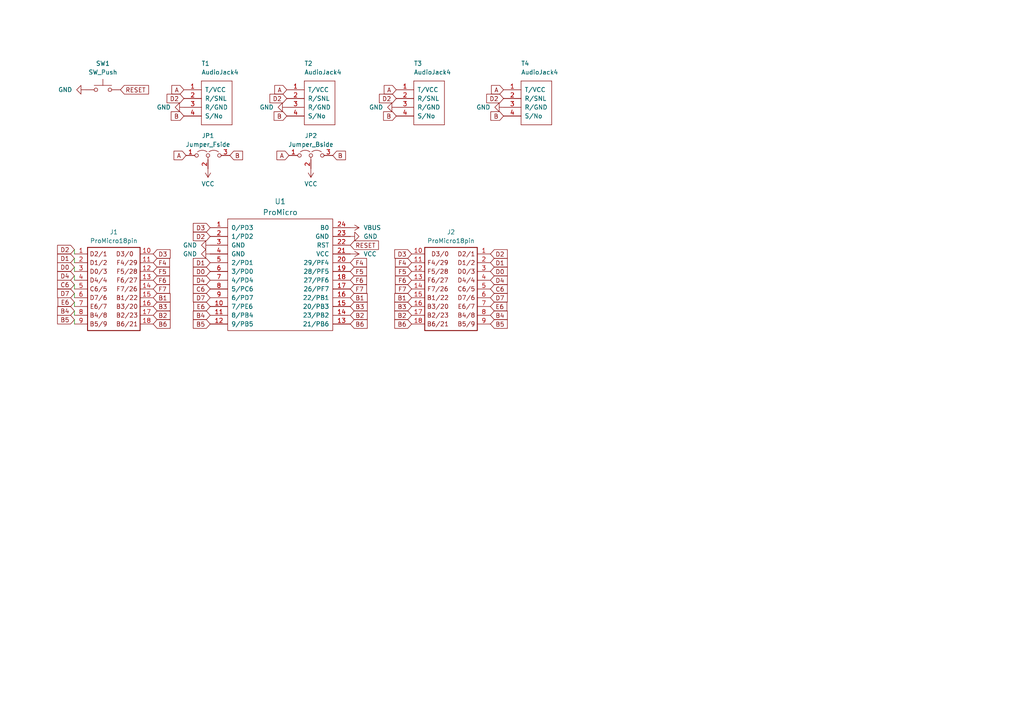
<source format=kicad_sch>
(kicad_sch (version 20230121) (generator eeschema)
  (paper "A4")
  (lib_symbols
    (symbol "Conn_02x09_Top_Bottom_1" (pin_names (offset 1.016) hide)
      (property "Reference" "J1" (at 0 15.875 0))
      (property "Value" "ProMicro18pin" (at 0 13.335 0))
      (symbol "Conn_02x09_Top_Bottom_1_1_1"
        (rectangle (start -7.62 11.43) (end 7.62 -12.7) (stroke (width 0.254)))
        (text "B1/22" (at 3.81 -3.175 0) (effects (font (size 1.27 1.27))))
        (text "B2/23" (at 3.81 -8.255 0) (effects (font (size 1.27 1.27))))
        (text "B3/20" (at 3.81 -5.715 0) (effects (font (size 1.27 1.27))))
        (text "B4/8" (at -4.445 -8.255 0) (effects (font (size 1.27 1.27))))
        (text "B5/9" (at -4.445 -10.795 0) (effects (font (size 1.27 1.27))))
        (text "B6/21" (at 3.81 -10.795 0) (effects (font (size 1.27 1.27))))
        (text "C6/5" (at -4.445 -0.635 0) (effects (font (size 1.27 1.27))))
        (text "D0/3" (at -4.445 4.445 0) (effects (font (size 1.27 1.27))))
        (text "D1/2" (at -4.445 6.985 0) (effects (font (size 1.27 1.27))))
        (text "D2/1" (at -4.445 9.525 0) (effects (font (size 1.27 1.27))))
        (text "D3/0" (at 3.175 9.525 0) (effects (font (size 1.27 1.27))))
        (text "D4/4" (at -4.445 1.905 0) (effects (font (size 1.27 1.27))))
        (text "D7/6" (at -4.445 -3.175 0) (effects (font (size 1.27 1.27))))
        (text "E6/7" (at -4.445 -5.715 0) (effects (font (size 1.27 1.27))))
        (text "F4/29" (at 3.81 6.985 0) (effects (font (size 1.27 1.27))))
        (text "F5/28" (at 3.81 4.445 0) (effects (font (size 1.27 1.27))))
        (text "F6/27" (at 3.81 1.905 0) (effects (font (size 1.27 1.27))))
        (text "F7/26" (at 3.81 -0.635 0) (effects (font (size 1.27 1.27))))
        (pin passive line (at -11.43 9.525 0) (length 3.81) (name "Pin_1") (number "1"))
        (pin passive line (at 11.43 9.525 180) (length 3.81) (name "Pin_10") (number "10"))
        (pin passive line (at 11.43 6.985 180) (length 3.81) (name "Pin_11") (number "11"))
        (pin passive line (at 11.43 4.445 180) (length 3.81) (name "Pin_12") (number "12"))
        (pin passive line (at 11.43 1.905 180) (length 3.81) (name "Pin_13") (number "13"))
        (pin passive line (at 11.43 -0.635 180) (length 3.81) (name "Pin_14") (number "14"))
        (pin passive line (at 11.43 -3.175 180) (length 3.81) (name "Pin_15") (number "15"))
        (pin passive line (at 11.43 -5.715 180) (length 3.81) (name "Pin_16") (number "16"))
        (pin passive line (at 11.43 -8.255 180) (length 3.81) (name "Pin_17") (number "17"))
        (pin passive line (at 11.43 -10.795 180) (length 3.81) (name "Pin_18") (number "18"))
        (pin passive line (at -11.43 6.985 0) (length 3.81) (name "Pin_2") (number "2"))
        (pin passive line (at -11.43 4.445 0) (length 3.81) (name "Pin_3") (number "3"))
        (pin passive line (at -11.43 1.905 0) (length 3.81) (name "Pin_4") (number "4"))
        (pin passive line (at -11.43 -0.635 0) (length 3.81) (name "Pin_5") (number "5"))
        (pin passive line (at -11.43 -3.175 0) (length 3.81) (name "Pin_6") (number "6"))
        (pin passive line (at -11.43 -5.715 0) (length 3.81) (name "Pin_7") (number "7"))
        (pin passive line (at -11.43 -8.255 0) (length 3.81) (name "Pin_8") (number "8"))
        (pin passive line (at -11.43 -10.795 0) (length 3.81) (name "Pin_9") (number "9"))
      )
    )
    (symbol "DreaM117er_Library:Conn_02x09_Top_Bottom_HWMB" (pin_names (offset 1.016) hide)
      (property "Reference" "J1" (at 0 15.875 0))
      (property "Value" "ProMicro18pin" (at 0 13.335 0))
      (symbol "Conn_02x09_Top_Bottom_HWMB_1_1"
        (rectangle (start -7.62 11.43) (end 7.62 -12.7) (stroke (width 0.254)))
        (text "B1/22" (at 3.81 -3.175 0) (effects (font (size 1.27 1.27))))
        (text "B2/23" (at 3.81 -8.255 0) (effects (font (size 1.27 1.27))))
        (text "B3/20" (at 3.81 -5.715 0) (effects (font (size 1.27 1.27))))
        (text "B4/8" (at -4.445 -8.255 0) (effects (font (size 1.27 1.27))))
        (text "B5/9" (at -4.445 -10.795 0) (effects (font (size 1.27 1.27))))
        (text "B6/21" (at 3.81 -10.795 0) (effects (font (size 1.27 1.27))))
        (text "C6/5" (at -4.445 -0.635 0) (effects (font (size 1.27 1.27))))
        (text "D0/3" (at -4.445 4.445 0) (effects (font (size 1.27 1.27))))
        (text "D1/2" (at -4.445 6.985 0) (effects (font (size 1.27 1.27))))
        (text "D2/1" (at -4.445 9.525 0) (effects (font (size 1.27 1.27))))
        (text "D3/0" (at 3.175 9.525 0) (effects (font (size 1.27 1.27))))
        (text "D4/4" (at -4.445 1.905 0) (effects (font (size 1.27 1.27))))
        (text "D7/6" (at -4.445 -3.175 0) (effects (font (size 1.27 1.27))))
        (text "E6/7" (at -4.445 -5.715 0) (effects (font (size 1.27 1.27))))
        (text "F4/29" (at 3.81 6.985 0) (effects (font (size 1.27 1.27))))
        (text "F5/28" (at 3.81 4.445 0) (effects (font (size 1.27 1.27))))
        (text "F6/27" (at 3.81 1.905 0) (effects (font (size 1.27 1.27))))
        (text "F7/26" (at 3.81 -0.635 0) (effects (font (size 1.27 1.27))))
        (pin passive line (at -11.43 9.525 0) (length 3.81) (name "Pin_1") (number "1"))
        (pin passive line (at 11.43 9.525 180) (length 3.81) (name "Pin_10") (number "10"))
        (pin passive line (at 11.43 6.985 180) (length 3.81) (name "Pin_11") (number "11"))
        (pin passive line (at 11.43 4.445 180) (length 3.81) (name "Pin_12") (number "12"))
        (pin passive line (at 11.43 1.905 180) (length 3.81) (name "Pin_13") (number "13"))
        (pin passive line (at 11.43 -0.635 180) (length 3.81) (name "Pin_14") (number "14"))
        (pin passive line (at 11.43 -3.175 180) (length 3.81) (name "Pin_15") (number "15"))
        (pin passive line (at 11.43 -5.715 180) (length 3.81) (name "Pin_16") (number "16"))
        (pin passive line (at 11.43 -8.255 180) (length 3.81) (name "Pin_17") (number "17"))
        (pin passive line (at 11.43 -10.795 180) (length 3.81) (name "Pin_18") (number "18"))
        (pin passive line (at -11.43 6.985 0) (length 3.81) (name "Pin_2") (number "2"))
        (pin passive line (at -11.43 4.445 0) (length 3.81) (name "Pin_3") (number "3"))
        (pin passive line (at -11.43 1.905 0) (length 3.81) (name "Pin_4") (number "4"))
        (pin passive line (at -11.43 -0.635 0) (length 3.81) (name "Pin_5") (number "5"))
        (pin passive line (at -11.43 -3.175 0) (length 3.81) (name "Pin_6") (number "6"))
        (pin passive line (at -11.43 -5.715 0) (length 3.81) (name "Pin_7") (number "7"))
        (pin passive line (at -11.43 -8.255 0) (length 3.81) (name "Pin_8") (number "8"))
        (pin passive line (at -11.43 -10.795 0) (length 3.81) (name "Pin_9") (number "9"))
      )
    )
    (symbol "DreaM117er_Library:Elite-C_PicoMicro" (pin_names (offset 1.016))
      (property "Reference" "U1" (at 0 21.59 0))
      (property "Value" "ProMicro" (at 0 18.415 0))
      (symbol "Elite-C_PicoMicro_0_1"
        (rectangle (start -15.24 16.51) (end 15.24 -15.875))
      )
      (symbol "Elite-C_PicoMicro_1_1"
        (pin input line (at -20.32 13.97 0) (length 5.08) (name "0/PD3") (number "1"))
        (pin input line (at -20.32 -8.89 0) (length 5.08) (name "7/PE6") (number "10"))
        (pin input line (at -20.32 -11.43 0) (length 5.08) (name "8/PB4") (number "11"))
        (pin input line (at -20.32 -13.97 0) (length 5.08) (name "9/PB5") (number "12"))
        (pin input line (at 20.32 -13.97 180) (length 5.08) (name "21/PB6") (number "13"))
        (pin input line (at 20.32 -11.43 180) (length 5.08) (name "23/PB2") (number "14"))
        (pin input line (at 20.32 -8.89 180) (length 5.08) (name "20/PB3") (number "15"))
        (pin input line (at 20.32 -6.35 180) (length 5.08) (name "22/PB1") (number "16"))
        (pin input line (at 20.32 -3.81 180) (length 5.08) (name "26/PF7") (number "17"))
        (pin input line (at 20.32 -1.27 180) (length 5.08) (name "27/PF6") (number "18"))
        (pin input line (at 20.32 1.27 180) (length 5.08) (name "28/PF5") (number "19"))
        (pin input line (at -20.32 11.43 0) (length 5.08) (name "1/PD2") (number "2"))
        (pin input line (at 20.32 3.81 180) (length 5.08) (name "29/PF4") (number "20"))
        (pin input line (at 20.32 6.35 180) (length 5.08) (name "VCC") (number "21"))
        (pin input line (at 20.32 8.89 180) (length 5.08) (name "RST") (number "22"))
        (pin input line (at 20.32 11.43 180) (length 5.08) (name "GND") (number "23"))
        (pin input line (at 20.32 13.97 180) (length 5.08) (name "B0") (number "24"))
        (pin input line (at -20.32 8.89 0) (length 5.08) (name "GND") (number "3"))
        (pin input line (at -20.32 6.35 0) (length 5.08) (name "GND") (number "4"))
        (pin input line (at -20.32 3.81 0) (length 5.08) (name "2/PD1") (number "5"))
        (pin input line (at -20.32 1.27 0) (length 5.08) (name "3/PD0") (number "6"))
        (pin input line (at -20.32 -1.27 0) (length 5.08) (name "4/PD4") (number "7"))
        (pin input line (at -20.32 -3.81 0) (length 5.08) (name "5/PC6") (number "8"))
        (pin input line (at -20.32 -6.35 0) (length 5.08) (name "6/PD7") (number "9"))
      )
    )
    (symbol "DreaM117er_Library:TRRS" (pin_names (offset 1.016))
      (property "Reference" "T1" (at -3.81 17.78 0))
      (property "Value" "AudioJack4" (at -3.81 15.24 0))
      (symbol "TRRS_0_1"
        (rectangle (start -3.81 0) (end -3.81 12.7))
        (rectangle (start -3.81 12.7) (end 5.08 12.7))
        (rectangle (start 5.08 0) (end -3.81 0))
        (rectangle (start 5.08 12.7) (end 5.08 0))
      )
      (symbol "TRRS_1_1"
        (pin input line (at -8.89 10.16 0) (length 5.08) (name "T/VCC") (number "1"))
        (pin input line (at -8.89 7.62 0) (length 5.08) (name "R/SNL") (number "2"))
        (pin input line (at -8.89 5.08 0) (length 5.08) (name "R/GND") (number "3"))
        (pin input line (at -8.89 2.54 0) (length 5.08) (name "S/No") (number "4"))
      )
    )
    (symbol "Jumper:Jumper_3_Open" (pin_names (offset 0) hide)
      (property "Reference" "JP" (at -2.54 -2.54 0))
      (property "Value" "Jumper_3_Open" (at 0 2.794 0))
      (symbol "Jumper_3_Open_0_0"
        (circle (center -3.302 0) (radius 0.508))
        (circle (center 0 0) (radius 0.508))
        (circle (center 3.302 0) (radius 0.508))
      )
      (symbol "Jumper_3_Open_0_1"
        (arc (start -0.254 1.016) (mid -1.651 1.4992) (end -3.048 1.016))
        (polyline (pts (xy 0 -0.508) (xy 0 -1.27)))
        (arc (start 3.048 1.016) (mid 1.651 1.4992) (end 0.254 1.016))
      )
      (symbol "Jumper_3_Open_1_1"
        (pin passive line (at -6.35 0 0) (length 2.54) (name "A") (number "1"))
        (pin passive line (at 0 -3.81 90) (length 2.54) (name "C") (number "2"))
        (pin passive line (at 6.35 0 180) (length 2.54) (name "B") (number "3"))
      )
    )
    (symbol "Switch:SW_Push" (pin_numbers hide) (pin_names (offset 1.016) hide)
      (property "Reference" "SW" (at 1.27 2.54 0))
      (property "Value" "SW_Push" (at 0 -1.524 0))
      (symbol "SW_Push_0_1"
        (circle (center -2.032 0) (radius 0.508))
        (polyline (pts (xy 0 1.27) (xy 0 3.048)))
        (polyline (pts (xy 2.54 1.27) (xy -2.54 1.27)))
        (circle (center 2.032 0) (radius 0.508))
        (pin passive line (at -5.08 0 0) (length 2.54) (name "1") (number "1"))
        (pin passive line (at 5.08 0 180) (length 2.54) (name "2") (number "2"))
      )
    )
    (symbol "power:GND" (power) (pin_names (offset 0))
      (property "Value" "GND" (at 0 -3.81 0))
      (symbol "GND_0_1"
        (polyline (pts (xy 0 0) (xy 0 -1.27) (xy 1.27 -1.27) (xy 0 -2.54) (xy -1.27 -1.27) (xy 0 -1.27)))
      )
      (symbol "GND_1_1"
        (pin power_in line (at 0 0 270) (length 0) hide (name "GND") (number "1"))
      )
    )
    (symbol "power:VBUS" (power) (pin_names (offset 0))
      (property "Value" "VBUS" (at 0 3.81 0))
      (symbol "VBUS_0_1"
        (polyline (pts (xy -0.762 1.27) (xy 0 2.54)))
        (polyline (pts (xy 0 0) (xy 0 2.54)))
        (polyline (pts (xy 0 2.54) (xy 0.762 1.27)))
      )
      (symbol "VBUS_1_1"
        (pin power_in line (at 0 0 90) (length 0) hide (name "VBUS") (number "1"))
      )
    )
    (symbol "power:VCC" (power) (pin_names (offset 0))
      (property "Value" "VCC" (at 0 3.81 0))
      (symbol "VCC_0_1"
        (polyline (pts (xy -0.762 1.27) (xy 0 2.54)))
        (polyline (pts (xy 0 0) (xy 0 2.54)))
        (polyline (pts (xy 0 2.54) (xy 0.762 1.27)))
      )
      (symbol "VCC_1_1"
        (pin power_in line (at 0 0 90) (length 0) hide (name "VCC") (number "1"))
      )
    )
  )
  (wire (pts (xy 21.59 73.66) (xy 21.59 72.39)))
  (wire (pts (xy 21.59 83.82) (xy 21.59 82.55)))
  (wire (pts (xy 21.59 91.44) (xy 21.59 90.17)))
  (wire (pts (xy 21.59 76.2) (xy 21.59 74.93)))
  (wire (pts (xy 21.59 81.28) (xy 21.59 80.01)))
  (wire (pts (xy 21.59 93.98) (xy 21.59 92.71)))
  (wire (pts (xy 21.59 78.74) (xy 21.59 77.47)))
  (wire (pts (xy 21.59 88.9) (xy 21.59 87.63)))
  (wire (pts (xy 21.59 86.36) (xy 21.59 85.09)))
  (global_label "D4" (shape input) (at 142.24 81.28 0) (property "Intersheetrefs" "${INTERSHEET_REFS}" (effects hide)))
  (global_label "B" (shape input) (at 53.34 33.655 180) (property "Intersheetrefs" "${INTERSHEET_REFS}" (effects hide)))
  (global_label "F6" (shape input) (at 44.45 81.28 0) (property "Intersheetrefs" "${INTERSHEET_REFS}" (effects hide)))
  (global_label "D2" (shape input) (at 60.96 68.58 180) (property "Intersheetrefs" "${INTERSHEET_REFS}" (effects hide)))
  (global_label "D1" (shape input) (at 60.96 76.2 180) (property "Intersheetrefs" "${INTERSHEET_REFS}" (effects hide)))
  (global_label "F7" (shape input) (at 44.45 83.82 0) (property "Intersheetrefs" "${INTERSHEET_REFS}" (effects hide)))
  (global_label "F4" (shape input) (at 44.45 76.2 0) (property "Intersheetrefs" "${INTERSHEET_REFS}" (effects hide)))
  (global_label "E6" (shape input) (at 21.59 87.63 180) (property "Intersheetrefs" "${INTERSHEET_REFS}" (effects hide)))
  (global_label "D0" (shape input) (at 142.24 78.74 0) (property "Intersheetrefs" "${INTERSHEET_REFS}" (effects hide)))
  (global_label "B3" (shape input) (at 44.45 88.9 0) (property "Intersheetrefs" "${INTERSHEET_REFS}" (effects hide)))
  (global_label "B4" (shape input) (at 60.96 91.44 180) (property "Intersheetrefs" "${INTERSHEET_REFS}" (effects hide)))
  (global_label "B2" (shape input) (at 119.38 91.44 180) (property "Intersheetrefs" "${INTERSHEET_REFS}" (effects hide)))
  (global_label "D1" (shape input) (at 142.24 76.2 0) (property "Intersheetrefs" "${INTERSHEET_REFS}" (effects hide)))
  (global_label "D3" (shape input) (at 60.96 66.04 180) (property "Intersheetrefs" "${INTERSHEET_REFS}" (effects hide)))
  (global_label "F5" (shape input) (at 101.6 78.74 0) (property "Intersheetrefs" "${INTERSHEET_REFS}" (effects hide)))
  (global_label "F6" (shape input) (at 119.38 81.28 180) (property "Intersheetrefs" "${INTERSHEET_REFS}" (effects hide)))
  (global_label "D7" (shape input) (at 21.59 85.09 180) (property "Intersheetrefs" "${INTERSHEET_REFS}" (effects hide)))
  (global_label "D4" (shape input) (at 60.96 81.28 180) (property "Intersheetrefs" "${INTERSHEET_REFS}" (effects hide)))
  (global_label "F7" (shape input) (at 119.38 83.82 180) (property "Intersheetrefs" "${INTERSHEET_REFS}" (effects hide)))
  (global_label "D7" (shape input) (at 60.96 86.36 180) (property "Intersheetrefs" "${INTERSHEET_REFS}" (effects hide)))
  (global_label "A" (shape input) (at 53.34 26.035 180) (property "Intersheetrefs" "${INTERSHEET_REFS}" (effects hide)))
  (global_label "C6" (shape input) (at 142.24 83.82 0) (property "Intersheetrefs" "${INTERSHEET_REFS}" (effects hide)))
  (global_label "F5" (shape input) (at 44.45 78.74 0) (property "Intersheetrefs" "${INTERSHEET_REFS}" (effects hide)))
  (global_label "A" (shape input) (at 83.82 45.085 180) (property "Intersheetrefs" "${INTERSHEET_REFS}" (effects hide)))
  (global_label "B1" (shape input) (at 119.38 86.36 180) (property "Intersheetrefs" "${INTERSHEET_REFS}" (effects hide)))
  (global_label "D2" (shape input) (at 21.59 72.39 180) (property "Intersheetrefs" "${INTERSHEET_REFS}" (effects hide)))
  (global_label "RESET" (shape input) (at 101.6 71.12 0) (property "Intersheetrefs" "${INTERSHEET_REFS}" (effects hide)))
  (global_label "C6" (shape input) (at 21.59 82.55 180) (property "Intersheetrefs" "${INTERSHEET_REFS}" (effects hide)))
  (global_label "B6" (shape input) (at 44.45 93.98 0) (property "Intersheetrefs" "${INTERSHEET_REFS}" (effects hide)))
  (global_label "D4" (shape input) (at 21.59 80.01 180) (property "Intersheetrefs" "${INTERSHEET_REFS}" (effects hide)))
  (global_label "D3" (shape input) (at 44.45 73.66 0) (property "Intersheetrefs" "${INTERSHEET_REFS}" (effects hide)))
  (global_label "A" (shape input) (at 114.935 26.035 180) (property "Intersheetrefs" "${INTERSHEET_REFS}" (effects hide)))
  (global_label "F4" (shape input) (at 101.6 76.2 0) (property "Intersheetrefs" "${INTERSHEET_REFS}" (effects hide)))
  (global_label "D2" (shape input) (at 83.185 28.575 180) (property "Intersheetrefs" "${INTERSHEET_REFS}" (effects hide)))
  (global_label "E6" (shape input) (at 60.96 88.9 180) (property "Intersheetrefs" "${INTERSHEET_REFS}" (effects hide)))
  (global_label "B4" (shape input) (at 21.59 90.17 180) (property "Intersheetrefs" "${INTERSHEET_REFS}" (effects hide)))
  (global_label "D2" (shape input) (at 146.05 28.575 180) (property "Intersheetrefs" "${INTERSHEET_REFS}" (effects hide)))
  (global_label "F4" (shape input) (at 119.38 76.2 180) (property "Intersheetrefs" "${INTERSHEET_REFS}" (effects hide)))
  (global_label "RESET" (shape input) (at 34.925 26.035 0) (property "Intersheetrefs" "${INTERSHEET_REFS}" (effects hide)))
  (global_label "D0" (shape input) (at 21.59 77.47 180) (property "Intersheetrefs" "${INTERSHEET_REFS}" (effects hide)))
  (global_label "A" (shape input) (at 83.185 26.035 180) (property "Intersheetrefs" "${INTERSHEET_REFS}" (effects hide)))
  (global_label "C6" (shape input) (at 60.96 83.82 180) (property "Intersheetrefs" "${INTERSHEET_REFS}" (effects hide)))
  (global_label "F5" (shape input) (at 119.38 78.74 180) (property "Intersheetrefs" "${INTERSHEET_REFS}" (effects hide)))
  (global_label "B" (shape input) (at 83.185 33.655 180) (property "Intersheetrefs" "${INTERSHEET_REFS}" (effects hide)))
  (global_label "D2" (shape input) (at 142.24 73.66 0) (property "Intersheetrefs" "${INTERSHEET_REFS}" (effects hide)))
  (global_label "B2" (shape input) (at 44.45 91.44 0) (property "Intersheetrefs" "${INTERSHEET_REFS}" (effects hide)))
  (global_label "B1" (shape input) (at 101.6 86.36 0) (property "Intersheetrefs" "${INTERSHEET_REFS}" (effects hide)))
  (global_label "B1" (shape input) (at 44.45 86.36 0) (property "Intersheetrefs" "${INTERSHEET_REFS}" (effects hide)))
  (global_label "B6" (shape input) (at 119.38 93.98 180) (property "Intersheetrefs" "${INTERSHEET_REFS}" (effects hide)))
  (global_label "F7" (shape input) (at 101.6 83.82 0) (property "Intersheetrefs" "${INTERSHEET_REFS}" (effects hide)))
  (global_label "D1" (shape input) (at 21.59 74.93 180) (property "Intersheetrefs" "${INTERSHEET_REFS}" (effects hide)))
  (global_label "B5" (shape input) (at 21.59 92.71 180) (property "Intersheetrefs" "${INTERSHEET_REFS}" (effects hide)))
  (global_label "B" (shape input) (at 114.935 33.655 180) (property "Intersheetrefs" "${INTERSHEET_REFS}" (effects hide)))
  (global_label "A" (shape input) (at 53.975 45.085 180) (property "Intersheetrefs" "${INTERSHEET_REFS}" (effects hide)))
  (global_label "D7" (shape input) (at 142.24 86.36 0) (property "Intersheetrefs" "${INTERSHEET_REFS}" (effects hide)))
  (global_label "B4" (shape input) (at 142.24 91.44 0) (property "Intersheetrefs" "${INTERSHEET_REFS}" (effects hide)))
  (global_label "A" (shape input) (at 146.05 26.035 180) (property "Intersheetrefs" "${INTERSHEET_REFS}" (effects hide)))
  (global_label "B" (shape input) (at 96.52 45.085 0) (property "Intersheetrefs" "${INTERSHEET_REFS}" (effects hide)))
  (global_label "D2" (shape input) (at 53.34 28.575 180) (property "Intersheetrefs" "${INTERSHEET_REFS}" (effects hide)))
  (global_label "B5" (shape input) (at 142.24 93.98 0) (property "Intersheetrefs" "${INTERSHEET_REFS}" (effects hide)))
  (global_label "D2" (shape input) (at 114.935 28.575 180) (property "Intersheetrefs" "${INTERSHEET_REFS}" (effects hide)))
  (global_label "B" (shape input) (at 66.675 45.085 0) (property "Intersheetrefs" "${INTERSHEET_REFS}" (effects hide)))
  (global_label "E6" (shape input) (at 142.24 88.9 0) (property "Intersheetrefs" "${INTERSHEET_REFS}" (effects hide)))
  (global_label "B5" (shape input) (at 60.96 93.98 180) (property "Intersheetrefs" "${INTERSHEET_REFS}" (effects hide)))
  (global_label "B" (shape input) (at 146.05 33.655 180) (property "Intersheetrefs" "${INTERSHEET_REFS}" (effects hide)))
  (global_label "B3" (shape input) (at 101.6 88.9 0) (property "Intersheetrefs" "${INTERSHEET_REFS}" (effects hide)))
  (global_label "D0" (shape input) (at 60.96 78.74 180) (property "Intersheetrefs" "${INTERSHEET_REFS}" (effects hide)))
  (global_label "B2" (shape input) (at 101.6 91.44 0) (property "Intersheetrefs" "${INTERSHEET_REFS}" (effects hide)))
  (global_label "B3" (shape input) (at 119.38 88.9 180) (property "Intersheetrefs" "${INTERSHEET_REFS}" (effects hide)))
  (global_label "B6" (shape input) (at 101.6 93.98 0) (property "Intersheetrefs" "${INTERSHEET_REFS}" (effects hide)))
  (global_label "D3" (shape input) (at 119.38 73.66 180) (property "Intersheetrefs" "${INTERSHEET_REFS}" (effects hide)))
  (global_label "F6" (shape input) (at 101.6 81.28 0) (property "Intersheetrefs" "${INTERSHEET_REFS}" (effects hide)))
  (symbol (lib_id "Jumper:Jumper_3_Open") (at 90.17 45.085 0) (unit 1)
    (property "Reference" "JP2" (at 90.17 39.37 0))
    (property "Value" "Jumper_Bside" (at 90.17 41.91 0))
    (property "Footprint" "DreaM117er-keebLibrary:SolderJumper-3_P1.3mm_Open_Pad0.7.x1.0mm_NumberLabels" (effects hide))
  )
  (symbol (lib_id "power:GND") (at 114.935 31.115 270) (unit 1)
    (property "Reference" "#PWR07" (effects hide))
    (property "Value" "GND" (at 111.125 31.1151 90) (effects (justify right)))
  )
  (symbol (lib_id "power:VCC") (at 101.6 73.66 270) (unit 1)
    (property "Reference" "#PWR0101" (effects hide))
    (property "Value" "VCC" (at 105.41 73.6599 90) (effects (justify left)))
  )
  (symbol (lib_id "DreaM117er_Library:TRRS") (at 62.23 36.195 0) (unit 1)
    (property "Reference" "T1" (at 58.42 18.415 0) (effects (justify left)))
    (property "Value" "AudioJack4" (at 58.42 20.955 0) (effects (justify left)))
    (property "Footprint" "DreaM117er-keebLibrary:TRRS-PJ-320A, dual side" (effects hide))
  )
  (symbol (lib_id "power:GND") (at 60.96 73.66 270) (unit 1)
    (property "Reference" "#PWR0105" (effects hide))
    (property "Value" "GND" (at 57.15 73.6599 90) (effects (justify right)))
  )
  (symbol (lib_id "DreaM117er_Library:TRRS") (at 92.075 36.195 0) (unit 1)
    (property "Reference" "T2" (at 88.265 18.415 0) (effects (justify left)))
    (property "Value" "AudioJack4" (at 88.265 20.955 0) (effects (justify left)))
    (property "Footprint" "DreaM117er-keebLibrary:TRRS-PJ-320A, dual side" (effects hide))
  )
  (symbol (lib_id "power:GND") (at 24.765 26.035 270) (unit 1)
    (property "Reference" "#PWR0110" (effects hide))
    (property "Value" "GND" (at 20.955 26.0349 90) (effects (justify right)))
  )
  (symbol (lib_id "power:GND") (at 53.34 31.115 270) (unit 1)
    (property "Reference" "#PWR03" (effects hide))
    (property "Value" "GND" (at 49.53 31.1151 90) (effects (justify right)))
  )
  (symbol (lib_id "power:VCC") (at 90.17 48.895 180) (unit 1)
    (property "Reference" "#PWR01" (effects hide))
    (property "Value" "VCC" (at 90.17 53.34 0))
  )
  (symbol (lib_id "Jumper:Jumper_3_Open") (at 60.325 45.085 0) (unit 1)
    (property "Reference" "JP1" (at 60.325 39.37 0))
    (property "Value" "Jumper_Fside" (at 60.325 41.91 0))
    (property "Footprint" "DreaM117er-keebLibrary:SolderJumper-3_P1.3mm_Open_Pad0.7.x1.0mm_NumberLabels" (effects hide))
  )
  (symbol (lib_id "DreaM117er_Library:TRRS") (at 123.825 36.195 0) (unit 1)
    (property "Reference" "T3" (at 120.015 18.415 0) (effects (justify left)))
    (property "Value" "AudioJack4" (at 120.015 20.955 0) (effects (justify left)))
    (property "Footprint" "DreaM117er-keebLibrary:TRRS-PJ-320A, dual side" (effects hide))
  )
  (symbol (lib_id "power:VCC") (at 60.325 48.895 180) (unit 1)
    (property "Reference" "#PWR09" (effects hide))
    (property "Value" "VCC" (at 60.325 53.34 0))
  )
  (symbol (lib_id "DreaM117er_Library:TRRS") (at 154.94 36.195 0) (unit 1)
    (property "Reference" "T4" (at 151.13 18.415 0) (effects (justify left)))
    (property "Value" "AudioJack4" (at 151.13 20.955 0) (effects (justify left)))
    (property "Footprint" "DreaM117er-keebLibrary:TRRS-PJ-320A, dual side" (effects hide))
  )
  (symbol (lib_id "power:GND") (at 60.96 71.12 270) (unit 1)
    (property "Reference" "#PWR0104" (effects hide))
    (property "Value" "GND" (at 57.15 71.1199 90) (effects (justify right)))
  )
  (symbol (lib_id "Switch:SW_Push") (at 29.845 26.035 0) (unit 1)
    (property "Reference" "SW1" (at 29.845 18.415 0))
    (property "Value" "SW_Push" (at 29.845 20.955 0))
    (property "Footprint" "DreaM117er-keebLibrary:ResetSW_1side" (effects hide))
  )
  (symbol (lib_id "DreaM117er_Library:Elite-C_PicoMicro") (at 81.28 80.01 0) (unit 1)
    (property "Reference" "U1" (at 81.28 58.42 0) (effects (font (size 1.524 1.524))))
    (property "Value" "ProMicro" (at 81.28 61.595 0) (effects (font (size 1.524 1.524))))
    (property "Footprint" "DreaM117er-keebLibrary:ProMicro" (effects hide))
  )
  (symbol (lib_id "power:GND") (at 83.185 31.115 270) (unit 1)
    (property "Reference" "#PWR05" (effects hide))
    (property "Value" "GND" (at 79.375 31.1151 90) (effects (justify right)))
  )
  (symbol (lib_id "DreaM117er_Library:Conn_02x09_Top_Bottom_HWMB") (at 130.81 83.185 0) (mirror y) (unit 1)
    (property "Reference" "J2" (at 130.81 67.31 0))
    (property "Value" "ProMicro18pin" (at 130.81 69.85 0))
    (property "Footprint" "DreaM117er-keebLibrary:PinHeader_2x09_P2.54mm_Vertical_Rside" (effects hide))
  )
  (symbol (lib_name "Conn_02x09_Top_Bottom_1") (lib_id "Connector_Generic:Conn_02x09_Top_Bottom") (at 33.02 83.185 0) (unit 1)
    (property "Reference" "J1" (at 33.02 67.31 0))
    (property "Value" "ProMicro18pin" (at 33.02 69.85 0))
    (property "Footprint" "DreaM117er-keebLibrary:PinHeader_2x09_P2.54mm_Vertical_Rside" (effects hide))
  )
  (symbol (lib_id "power:VBUS") (at 101.6 66.04 270) (unit 1)
    (property "Reference" "#PWR0103" (effects hide))
    (property "Value" "VBUS" (at 105.41 66.0399 90) (effects (justify left)))
  )
  (symbol (lib_id "power:GND") (at 101.6 68.58 90) (unit 1)
    (property "Reference" "#PWR0102" (effects hide))
    (property "Value" "GND" (at 105.41 68.5799 90) (effects (justify right)))
  )
  (symbol (lib_id "power:GND") (at 146.05 31.115 270) (unit 1)
    (property "Reference" "#PWR08" (effects hide))
    (property "Value" "GND" (at 142.24 31.1151 90) (effects (justify right)))
  )
)
</source>
